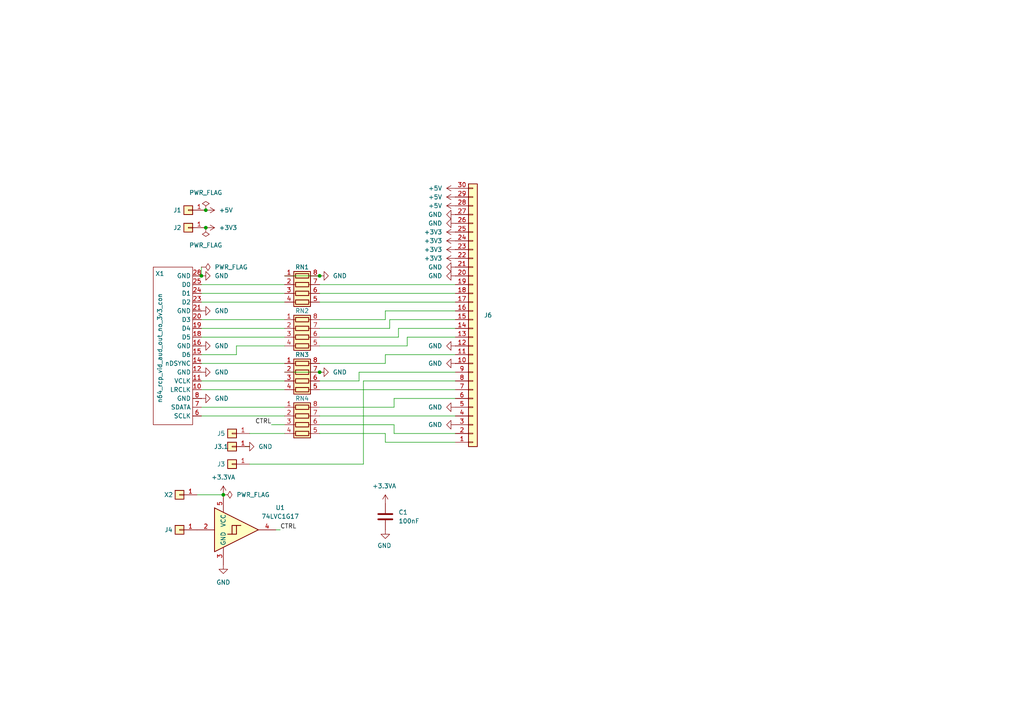
<source format=kicad_sch>
(kicad_sch (version 20250114) (generator "eeschema") (generator_version "9.0")
  (paper "A4")
  (title_block (title "RCP2N64Adv2") (rev "v20231105") (company "Peter 'borti4938' Bartmann") (comment 1 "Schematic and PCB (c) 2021-2023 by Peter Bartmann") (comment 2 "Licensed under CERN-OHL-W v2"))
  (lib_symbols
    (symbol "+3.3VA_1" (power) (pin_numbers (hide yes)) (pin_names (offset 0) (hide yes))
      (property "Value" "+3.3VA" (at 0 3.556 0))
      (symbol "+3.3VA_1_0_1"
        (polyline (pts (xy -0.762 1.27) (xy 0 2.54)))
        (polyline (pts (xy 0 2.54) (xy 0.762 1.27)))
        (polyline (pts (xy 0 0) (xy 0 2.54)))
      )
      (symbol "+3.3VA_1_1_1"
        (pin power_in line (at 0 0 90) (length 0) (name "~") (number "1"))
      )
    )
    (symbol "+3.3VA_2" (power) (pin_numbers (hide yes)) (pin_names (offset 0) (hide yes))
      (property "Value" "+3.3VA" (at 0 3.556 0))
      (symbol "+3.3VA_2_0_1"
        (polyline (pts (xy -0.762 1.27) (xy 0 2.54)))
        (polyline (pts (xy 0 2.54) (xy 0.762 1.27)))
        (polyline (pts (xy 0 0) (xy 0 2.54)))
      )
      (symbol "+3.3VA_2_1_1"
        (pin power_in line (at 0 0 90) (length 0) (name "~") (number "1"))
      )
    )
    (symbol "74xGxx:74LVC1G17"
      (property "Reference" "U" (at 0 3.81 0))
      (property "Value" "74LVC1G17" (at 0 -3.81 0))
      (symbol "74LVC1G17_0_1"
        (polyline (pts (xy -7.62 6.35) (xy -7.62 -6.35) (xy 5.08 0) (xy -7.62 6.35)) (stroke (width 0.254)) (fill (type background)))
        (polyline (pts (xy -3.81 -1.27) (xy -2.54 -1.27) (xy -2.54 1.27) (xy -1.27 1.27)) (stroke (width 0.254)) (fill (type background)))
        (polyline (pts (xy -2.54 -1.27) (xy -1.27 -1.27) (xy -1.27 1.27) (xy 0 1.27)) (stroke (width 0.254)) (fill (type background)))
      )
      (symbol "74LVC1G17_1_1"
        (pin input line (at -12.7 0 0) (length 5.08) (name "~") (number "2"))
        (pin no_connect line (at -7.62 5.08 180) (length 5.08) (hide yes) (name "NC") (number "1"))
        (pin power_in line (at -5.08 10.16 270) (length 5.08) (name "VCC") (number "5"))
        (pin power_in line (at -5.08 -10.16 90) (length 5.08) (name "GND") (number "3"))
        (pin output line (at 10.16 0 180) (length 5.08) (name "~") (number "4"))
      )
    )
    (symbol "Connector_Generic:Conn_01x01" (pin_names (offset 1.016) (hide yes))
      (property "Reference" "J" (at 0 2.54 0))
      (property "Value" "Conn_01x01" (at 0 -2.54 0))
      (symbol "Conn_01x01_1_1"
        (rectangle (start -1.27 1.27) (end 1.27 -1.27) (stroke (width 0.254)) (fill (type background)))
        (rectangle (start -1.27 0.127) (end 0 -0.127) (stroke (width 0.1524)))
        (pin passive line (at -5.08 0 0) (length 3.81) (name "Pin_1") (number "1"))
      )
    )
    (symbol "Connector_Generic:Conn_01x30" (pin_names (offset 1.016) (hide yes))
      (property "Reference" "J" (at 0 38.1 0))
      (property "Value" "Conn_01x30" (at 0 -40.64 0))
      (symbol "Conn_01x30_1_1"
        (rectangle (start -1.27 36.83) (end 1.27 -39.37) (stroke (width 0.254)) (fill (type background)))
        (rectangle (start -1.27 35.687) (end 0 35.433) (stroke (width 0.1524)))
        (rectangle (start -1.27 33.147) (end 0 32.893) (stroke (width 0.1524)))
        (rectangle (start -1.27 30.607) (end 0 30.353) (stroke (width 0.1524)))
        (rectangle (start -1.27 28.067) (end 0 27.813) (stroke (width 0.1524)))
        (rectangle (start -1.27 25.527) (end 0 25.273) (stroke (width 0.1524)))
        (rectangle (start -1.27 22.987) (end 0 22.733) (stroke (width 0.1524)))
        (rectangle (start -1.27 20.447) (end 0 20.193) (stroke (width 0.1524)))
        (rectangle (start -1.27 17.907) (end 0 17.653) (stroke (width 0.1524)))
        (rectangle (start -1.27 15.367) (end 0 15.113) (stroke (width 0.1524)))
        (rectangle (start -1.27 12.827) (end 0 12.573) (stroke (width 0.1524)))
        (rectangle (start -1.27 10.287) (end 0 10.033) (stroke (width 0.1524)))
        (rectangle (start -1.27 7.747) (end 0 7.493) (stroke (width 0.1524)))
        (rectangle (start -1.27 5.207) (end 0 4.953) (stroke (width 0.1524)))
        (rectangle (start -1.27 2.667) (end 0 2.413) (stroke (width 0.1524)))
        (rectangle (start -1.27 0.127) (end 0 -0.127) (stroke (width 0.1524)))
        (rectangle (start -1.27 -2.413) (end 0 -2.667) (stroke (width 0.1524)))
        (rectangle (start -1.27 -4.953) (end 0 -5.207) (stroke (width 0.1524)))
        (rectangle (start -1.27 -7.493) (end 0 -7.747) (stroke (width 0.1524)))
        (rectangle (start -1.27 -10.033) (end 0 -10.287) (stroke (width 0.1524)))
        (rectangle (start -1.27 -12.573) (end 0 -12.827) (stroke (width 0.1524)))
        (rectangle (start -1.27 -15.113) (end 0 -15.367) (stroke (width 0.1524)))
        (rectangle (start -1.27 -17.653) (end 0 -17.907) (stroke (width 0.1524)))
        (rectangle (start -1.27 -20.193) (end 0 -20.447) (stroke (width 0.1524)))
        (rectangle (start -1.27 -22.733) (end 0 -22.987) (stroke (width 0.1524)))
        (rectangle (start -1.27 -25.273) (end 0 -25.527) (stroke (width 0.1524)))
        (rectangle (start -1.27 -27.813) (end 0 -28.067) (stroke (width 0.1524)))
        (rectangle (start -1.27 -30.353) (end 0 -30.607) (stroke (width 0.1524)))
        (rectangle (start -1.27 -32.893) (end 0 -33.147) (stroke (width 0.1524)))
        (rectangle (start -1.27 -35.433) (end 0 -35.687) (stroke (width 0.1524)))
        (rectangle (start -1.27 -37.973) (end 0 -38.227) (stroke (width 0.1524)))
        (pin passive line (at -5.08 35.56 0) (length 3.81) (name "Pin_1") (number "1"))
        (pin passive line (at -5.08 33.02 0) (length 3.81) (name "Pin_2") (number "2"))
        (pin passive line (at -5.08 30.48 0) (length 3.81) (name "Pin_3") (number "3"))
        (pin passive line (at -5.08 27.94 0) (length 3.81) (name "Pin_4") (number "4"))
        (pin passive line (at -5.08 25.4 0) (length 3.81) (name "Pin_5") (number "5"))
        (pin passive line (at -5.08 22.86 0) (length 3.81) (name "Pin_6") (number "6"))
        (pin passive line (at -5.08 20.32 0) (length 3.81) (name "Pin_7") (number "7"))
        (pin passive line (at -5.08 17.78 0) (length 3.81) (name "Pin_8") (number "8"))
        (pin passive line (at -5.08 15.24 0) (length 3.81) (name "Pin_9") (number "9"))
        (pin passive line (at -5.08 12.7 0) (length 3.81) (name "Pin_10") (number "10"))
        (pin passive line (at -5.08 10.16 0) (length 3.81) (name "Pin_11") (number "11"))
        (pin passive line (at -5.08 7.62 0) (length 3.81) (name "Pin_12") (number "12"))
        (pin passive line (at -5.08 5.08 0) (length 3.81) (name "Pin_13") (number "13"))
        (pin passive line (at -5.08 2.54 0) (length 3.81) (name "Pin_14") (number "14"))
        (pin passive line (at -5.08 0 0) (length 3.81) (name "Pin_15") (number "15"))
        (pin passive line (at -5.08 -2.54 0) (length 3.81) (name "Pin_16") (number "16"))
        (pin passive line (at -5.08 -5.08 0) (length 3.81) (name "Pin_17") (number "17"))
        (pin passive line (at -5.08 -7.62 0) (length 3.81) (name "Pin_18") (number "18"))
        (pin passive line (at -5.08 -10.16 0) (length 3.81) (name "Pin_19") (number "19"))
        (pin passive line (at -5.08 -12.7 0) (length 3.81) (name "Pin_20") (number "20"))
        (pin passive line (at -5.08 -15.24 0) (length 3.81) (name "Pin_21") (number "21"))
        (pin passive line (at -5.08 -17.78 0) (length 3.81) (name "Pin_22") (number "22"))
        (pin passive line (at -5.08 -20.32 0) (length 3.81) (name "Pin_23") (number "23"))
        (pin passive line (at -5.08 -22.86 0) (length 3.81) (name "Pin_24") (number "24"))
        (pin passive line (at -5.08 -25.4 0) (length 3.81) (name "Pin_25") (number "25"))
        (pin passive line (at -5.08 -27.94 0) (length 3.81) (name "Pin_26") (number "26"))
        (pin passive line (at -5.08 -30.48 0) (length 3.81) (name "Pin_27") (number "27"))
        (pin passive line (at -5.08 -33.02 0) (length 3.81) (name "Pin_28") (number "28"))
        (pin passive line (at -5.08 -35.56 0) (length 3.81) (name "Pin_29") (number "29"))
        (pin passive line (at -5.08 -38.1 0) (length 3.81) (name "Pin_30") (number "30"))
      )
    )
    (symbol "Device:C" (pin_numbers (hide yes)) (pin_names (offset 0.254))
      (property "Reference" "C" (at 0.635 2.54 0))
      (property "Value" "C" (at 0.635 -2.54 0))
      (symbol "C_0_1"
        (polyline (pts (xy -2.032 0.762) (xy 2.032 0.762)) (stroke (width 0.508)))
        (polyline (pts (xy -2.032 -0.762) (xy 2.032 -0.762)) (stroke (width 0.508)))
      )
      (symbol "C_1_1"
        (pin passive line (at 0 3.81 270) (length 2.794) (name "~") (number "1"))
        (pin passive line (at 0 -3.81 90) (length 2.794) (name "~") (number "2"))
      )
    )
    (symbol "Device:R_Pack04" (pin_names (offset 0) (hide yes))
      (property "Reference" "RN" (at -7.62 0 90))
      (property "Value" "R_Pack04" (at 5.08 0 90))
      (symbol "R_Pack04_0_1"
        (rectangle (start -6.35 -2.413) (end 3.81 2.413) (stroke (width 0.254)) (fill (type background)))
        (rectangle (start -5.715 1.905) (end -4.445 -1.905) (stroke (width 0.254)))
        (polyline (pts (xy -5.08 1.905) (xy -5.08 2.54)))
        (polyline (pts (xy -5.08 -2.54) (xy -5.08 -1.905)))
        (rectangle (start -3.175 1.905) (end -1.905 -1.905) (stroke (width 0.254)))
        (polyline (pts (xy -2.54 1.905) (xy -2.54 2.54)))
        (polyline (pts (xy -2.54 -2.54) (xy -2.54 -1.905)))
        (rectangle (start -0.635 1.905) (end 0.635 -1.905) (stroke (width 0.254)))
        (polyline (pts (xy 0 1.905) (xy 0 2.54)))
        (polyline (pts (xy 0 -2.54) (xy 0 -1.905)))
        (rectangle (start 1.905 1.905) (end 3.175 -1.905) (stroke (width 0.254)))
        (polyline (pts (xy 2.54 1.905) (xy 2.54 2.54)))
        (polyline (pts (xy 2.54 -2.54) (xy 2.54 -1.905)))
      )
      (symbol "R_Pack04_1_1"
        (pin passive line (at -5.08 5.08 270) (length 2.54) (name "R1.2") (number "8"))
        (pin passive line (at -5.08 -5.08 90) (length 2.54) (name "R1.1") (number "1"))
        (pin passive line (at -2.54 5.08 270) (length 2.54) (name "R2.2") (number "7"))
        (pin passive line (at -2.54 -5.08 90) (length 2.54) (name "R2.1") (number "2"))
        (pin passive line (at 0 5.08 270) (length 2.54) (name "R3.2") (number "6"))
        (pin passive line (at 0 -5.08 90) (length 2.54) (name "R3.1") (number "3"))
        (pin passive line (at 2.54 5.08 270) (length 2.54) (name "R4.2") (number "5"))
        (pin passive line (at 2.54 -5.08 90) (length 2.54) (name "R4.1") (number "4"))
      )
    )
    (symbol "n64_rcp:n64_rcp_vid_aud_out_no_3v3_con"
      (property "Reference" "X" (at -2.54 24.13 0))
      (property "Value" "n64_rcp_vid_aud_out_no_3v3_con" (at -6.35 2.54 90))
      (symbol "n64_rcp_vid_aud_out_no_3v3_con_0_1"
        (rectangle (start -7.62 22.86) (end 3.81 -22.86))
      )
      (symbol "n64_rcp_vid_aud_out_no_3v3_con_1_1"
        (pin power_in line (at 6.35 20.32 180) (length 2.54) (name "GND") (number "28"))
        (pin output line (at 6.35 17.78 180) (length 2.54) (name "D0") (number "25"))
        (pin output line (at 6.35 15.24 180) (length 2.54) (name "D1") (number "24"))
        (pin output line (at 6.35 12.7 180) (length 2.54) (name "D2") (number "23"))
        (pin power_in line (at 6.35 10.16 180) (length 2.54) (name "GND") (number "21"))
        (pin output line (at 6.35 7.62 180) (length 2.54) (name "D3") (number "20"))
        (pin output line (at 6.35 5.08 180) (length 2.54) (name "D4") (number "19"))
        (pin output line (at 6.35 2.54 180) (length 2.54) (name "D5") (number "18"))
        (pin power_in line (at 6.35 0 180) (length 2.54) (name "GND") (number "16"))
        (pin output line (at 6.35 -2.54 180) (length 2.54) (name "D6") (number "15"))
        (pin output line (at 6.35 -5.08 180) (length 2.54) (name "nDSYNC") (number "14"))
        (pin power_in line (at 6.35 -7.62 180) (length 2.54) (name "GND") (number "12"))
        (pin output line (at 6.35 -10.16 180) (length 2.54) (name "VCLK") (number "11"))
        (pin output line (at 6.35 -12.7 180) (length 2.54) (name "LRCLK") (number "10"))
        (pin power_in line (at 6.35 -15.24 180) (length 2.54) (name "GND") (number "8"))
        (pin output line (at 6.35 -17.78 180) (length 2.54) (name "SDATA") (number "7"))
        (pin output line (at 6.35 -20.32 180) (length 2.54) (name "SCLK") (number "6"))
      )
    )
    (symbol "power:+3V3" (power) (pin_numbers (hide yes)) (pin_names (offset 0) (hide yes))
      (property "Value" "+3V3" (at 0 3.556 0))
      (symbol "+3V3_0_1"
        (polyline (pts (xy -0.762 1.27) (xy 0 2.54)))
        (polyline (pts (xy 0 2.54) (xy 0.762 1.27)))
        (polyline (pts (xy 0 0) (xy 0 2.54)))
      )
      (symbol "+3V3_1_1"
        (pin power_in line (at 0 0 90) (length 0) (name "~") (number "1"))
      )
    )
    (symbol "power:+5V" (power) (pin_numbers (hide yes)) (pin_names (offset 0) (hide yes))
      (property "Value" "+5V" (at 0 3.556 0))
      (symbol "+5V_0_1"
        (polyline (pts (xy -0.762 1.27) (xy 0 2.54)))
        (polyline (pts (xy 0 2.54) (xy 0.762 1.27)))
        (polyline (pts (xy 0 0) (xy 0 2.54)))
      )
      (symbol "+5V_1_1"
        (pin power_in line (at 0 0 90) (length 0) (name "~") (number "1"))
      )
    )
    (symbol "power:GND" (power) (pin_numbers (hide yes)) (pin_names (offset 0) (hide yes))
      (property "Value" "GND" (at 0 -3.81 0))
      (symbol "GND_0_1"
        (polyline (pts (xy 0 0) (xy 0 -1.27) (xy 1.27 -1.27) (xy 0 -2.54) (xy -1.27 -1.27) (xy 0 -1.27)))
      )
      (symbol "GND_1_1"
        (pin power_in line (at 0 0 270) (length 0) (name "~") (number "1"))
      )
    )
    (symbol "power:PWR_FLAG" (power) (pin_numbers (hide yes)) (pin_names (offset 0) (hide yes))
      (property "Value" "PWR_FLAG" (at 0 3.81 0))
      (symbol "PWR_FLAG_0_0"
        (pin power_out line (at 0 0 90) (length 0) (name "~") (number "1"))
      )
      (symbol "PWR_FLAG_0_1"
        (polyline (pts (xy 0 0) (xy 0 1.27) (xy -1.016 1.905) (xy 0 2.54) (xy 1.016 1.905) (xy 0 1.27)))
      )
    )
  )
  (junction (at 59.69 66.04))
  (junction (at 92.71 80.01))
  (junction (at 64.77 143.51))
  (junction (at 58.42 80.01))
  (junction (at 92.71 107.95))
  (junction (at 59.69 60.96))
  (wire (pts (xy 92.71 95.25) (xy 113.03 95.25)))
  (wire (pts (xy 115.57 95.25) (xy 132.08 95.25)))
  (wire (pts (xy 92.71 82.55) (xy 132.08 82.55)))
  (wire (pts (xy 114.3 123.19) (xy 114.3 125.73)))
  (wire (pts (xy 72.39 134.62) (xy 105.41 134.62)))
  (wire (pts (xy 111.76 102.87) (xy 132.08 102.87)))
  (wire (pts (xy 114.3 125.73) (xy 132.08 125.73)))
  (wire (pts (xy 58.42 87.63) (xy 82.55 87.63)))
  (wire (pts (xy 111.76 128.27) (xy 132.08 128.27)))
  (wire (pts (xy 58.42 102.87) (xy 68.58 102.87)))
  (wire (pts (xy 58.42 113.03) (xy 82.55 113.03)))
  (wire (pts (xy 92.71 85.09) (xy 132.08 85.09)))
  (wire (pts (xy 111.76 125.73) (xy 111.76 128.27)))
  (wire (pts (xy 57.15 143.51) (xy 64.77 143.51)))
  (wire (pts (xy 115.57 95.25) (xy 115.57 97.79)))
  (wire (pts (xy 58.42 110.49) (xy 82.55 110.49)))
  (wire (pts (xy 114.3 115.57) (xy 132.08 115.57)))
  (wire (pts (xy 113.03 92.71) (xy 113.03 95.25)))
  (wire (pts (xy 80.01 153.67) (xy 81.28 153.67)))
  (wire (pts (xy 113.03 92.71) (xy 132.08 92.71)))
  (wire (pts (xy 92.71 110.49) (xy 104.14 110.49)))
  (wire (pts (xy 92.71 87.63) (xy 132.08 87.63)))
  (wire (pts (xy 58.42 92.71) (xy 82.55 92.71)))
  (wire (pts (xy 58.42 105.41) (xy 82.55 105.41)))
  (wire (pts (xy 104.14 107.95) (xy 104.14 110.49)))
  (wire (pts (xy 58.42 82.55) (xy 82.55 82.55)))
  (wire (pts (xy 82.55 107.95) (xy 92.71 107.95)))
  (wire (pts (xy 105.41 110.49) (xy 105.41 134.62)))
  (wire (pts (xy 111.76 102.87) (xy 111.76 105.41)))
  (wire (pts (xy 92.71 100.33) (xy 118.11 100.33)))
  (wire (pts (xy 92.71 118.11) (xy 114.3 118.11)))
  (wire (pts (xy 114.3 118.11) (xy 114.3 115.57)))
  (wire (pts (xy 71.12 129.54) (xy 72.39 129.54)))
  (wire (pts (xy 58.42 85.09) (xy 82.55 85.09)))
  (wire (pts (xy 58.42 95.25) (xy 82.55 95.25)))
  (wire (pts (xy 68.58 100.33) (xy 82.55 100.33)))
  (wire (pts (xy 58.42 118.11) (xy 82.55 118.11)))
  (wire (pts (xy 92.71 92.71) (xy 111.76 92.71)))
  (wire (pts (xy 92.71 120.65) (xy 132.08 120.65)))
  (wire (pts (xy 58.42 97.79) (xy 82.55 97.79)))
  (wire (pts (xy 118.11 97.79) (xy 118.11 100.33)))
  (wire (pts (xy 92.71 123.19) (xy 114.3 123.19)))
  (wire (pts (xy 78.74 123.19) (xy 82.55 123.19)))
  (wire (pts (xy 92.71 105.41) (xy 111.76 105.41)))
  (wire (pts (xy 118.11 97.79) (xy 132.08 97.79)))
  (wire (pts (xy 92.71 113.03) (xy 132.08 113.03)))
  (wire (pts (xy 72.39 125.73) (xy 82.55 125.73)))
  (wire (pts (xy 111.76 90.17) (xy 132.08 90.17)))
  (wire (pts (xy 58.42 120.65) (xy 82.55 120.65)))
  (wire (pts (xy 82.55 80.01) (xy 92.71 80.01)))
  (wire (pts (xy 68.58 102.87) (xy 68.58 100.33)))
  (wire (pts (xy 105.41 110.49) (xy 132.08 110.49)))
  (wire (pts (xy 92.71 97.79) (xy 115.57 97.79)))
  (wire (pts (xy 104.14 107.95) (xy 132.08 107.95)))
  (wire (pts (xy 111.76 90.17) (xy 111.76 92.71)))
  (wire (pts (xy 58.42 77.47) (xy 58.42 80.01)))
  (wire (pts (xy 92.71 125.73) (xy 111.76 125.73)))
  (label "CTRL" (at 81.28 153.67 0))
  (label "CTRL" (at 78.74 123.19 180))
  (symbol (lib_id "power:GND") (at 58.42 115.57 90) (unit 1)
    (property "Reference" "#PWR05" (effects (hide yes)))
    (property "Value" "GND" (at 62.23 115.5699 90) (effects (justify right)))
    (property "Description" "Power symbol creates a global label with name \"GND\" , ground" (effects (hide yes)))
  )
  (symbol (lib_id "power:PWR_FLAG") (at 64.77 143.51 270) (unit 1)
    (property "Reference" "#FLG04" (effects (hide yes)))
    (property "Value" "PWR_FLAG" (at 68.58 143.5099 90) (effects (justify left)))
    (property "Description" "Special symbol for telling ERC where power comes from" (effects (hide yes)))
  )
  (symbol (lib_id "power:PWR_FLAG") (at 59.69 60.96 0) (unit 1)
    (property "Reference" "#FLG01" (effects (hide yes)))
    (property "Value" "PWR_FLAG" (at 59.69 55.88 0))
    (property "Description" "Special symbol for telling ERC where power comes from" (effects (hide yes)))
  )
  (symbol (lib_id "power:PWR_FLAG") (at 59.69 66.04 180) (unit 1)
    (property "Reference" "#FLG02" (effects (hide yes)))
    (property "Value" "PWR_FLAG" (at 59.69 71.12 0))
    (property "Description" "Special symbol for telling ERC where power comes from" (effects (hide yes)))
  )
  (symbol (lib_id "power:GND") (at 64.77 163.83 0) (unit 1)
    (property "Reference" "#PWR011" (effects (hide yes)))
    (property "Value" "GND" (at 64.77 168.91 0))
    (property "Description" "Power symbol creates a global label with name \"GND\" , ground" (effects (hide yes)))
  )
  (symbol (lib_name "+3.3VA_2") (lib_id "power:+3.3VA") (at 111.76 146.05 0) (unit 1)
    (property "Reference" "#PWR032" (effects (hide yes)))
    (property "Value" "+3.3VA" (at 107.95 140.97 0) (effects (justify left)))
    (property "Description" "Power symbol creates a global label with name \"+3.3VA\"" (effects (hide yes)))
  )
  (symbol (lib_id "power:GND") (at 58.42 80.01 90) (unit 1)
    (property "Reference" "#PWR01" (effects (hide yes)))
    (property "Value" "GND" (at 62.23 80.0099 90) (effects (justify right)))
    (property "Description" "Power symbol creates a global label with name \"GND\" , ground" (effects (hide yes)))
  )
  (symbol (lib_id "power:+5V") (at 132.08 59.69 90) (unit 1)
    (property "Reference" "#PWR024" (effects (hide yes)))
    (property "Value" "+5V" (at 128.27 59.6899 90) (effects (justify left)))
    (property "Description" "Power symbol creates a global label with name \"+5V\"" (effects (hide yes)))
  )
  (symbol (lib_id "power:GND") (at 132.08 105.41 270) (unit 1)
    (property "Reference" "#PWR018" (effects (hide yes)))
    (property "Value" "GND" (at 128.27 105.4099 90) (effects (justify right)))
    (property "Description" "Power symbol creates a global label with name \"GND\" , ground" (effects (hide yes)))
  )
  (symbol (lib_id "power:GND") (at 71.12 129.54 90) (unit 1)
    (property "Reference" "#PWR010" (effects (hide yes)))
    (property "Value" "GND" (at 74.93 129.5399 90) (effects (justify right)))
    (property "Description" "Power symbol creates a global label with name \"GND\" , ground" (effects (hide yes)))
  )
  (symbol (lib_id "power:+5V") (at 59.69 60.96 270) (unit 1)
    (property "Reference" "#PWR021" (effects (hide yes)))
    (property "Value" "+5V" (at 63.5 60.9599 90) (effects (justify left)))
    (property "Description" "Power symbol creates a global label with name \"+5V\"" (effects (hide yes)))
  )
  (symbol (lib_id "Device:R_Pack04") (at 87.63 97.79 270) (unit 1)
    (property "Reference" "RN2" (at 87.63 90.17 90))
    (property "Value" "R_Pack04" (effects (hide yes)))
    (property "Footprint" "Resistor_SMD:R_Array_Convex_4x0603" (effects (hide yes)))
    (property "Description" "4 resistor network, parallel topology" (effects (hide yes)))
  )
  (symbol (lib_id "74xGxx:74LVC1G17") (at 69.85 153.67 0) (unit 1)
    (property "Reference" "U1" (at 81.28 147.2498 0))
    (property "Value" "74LVC1G17" (at 81.28 149.7898 0))
    (property "Footprint" "Package_SO:TSOP-5_1.65x3.05mm_P0.95mm" (effects (hide yes)))
    (property "Datasheet" "https://www.ti.com/lit/ds/symlink/sn74lvc1g17.pdf" (effects (hide yes)))
    (property "Description" "Single Schmitt Buffer Gate, Low-Voltage CMOS" (effects (hide yes)))
  )
  (symbol (lib_id "power:GND") (at 132.08 80.01 270) (unit 1)
    (property "Reference" "#PWR016" (effects (hide yes)))
    (property "Value" "GND" (at 128.27 80.0099 90) (effects (justify right)))
    (property "Description" "Power symbol creates a global label with name \"GND\" , ground" (effects (hide yes)))
  )
  (symbol (lib_id "n64_rcp:n64_rcp_vid_aud_out_no_3v3_con") (at 52.07 100.33 0) (unit 1) (in_bom no)
    (property "Reference" "X1" (at 46.355 79.375 0))
    (property "Value" "n64_rcp_vid_aud_out_no_3v3_con" (at 46.355 100.965 90))
    (property "Footprint" "n64rcp:Connector_RCP_Vi+Aud_Interface_no_3V3" (effects (hide yes)))
  )
  (symbol (lib_id "power:GND") (at 58.42 107.95 90) (unit 1)
    (property "Reference" "#PWR04" (effects (hide yes)))
    (property "Value" "GND" (at 62.23 107.9499 90) (effects (justify right)))
    (property "Description" "Power symbol creates a global label with name \"GND\" , ground" (effects (hide yes)))
  )
  (symbol (lib_id "power:+3V3") (at 132.08 67.31 90) (unit 1)
    (property "Reference" "#PWR026" (effects (hide yes)))
    (property "Value" "+3V3" (at 128.27 67.3099 90) (effects (justify left)))
    (property "Description" "Power symbol creates a global label with name \"+3V3\"" (effects (hide yes)))
  )
  (symbol (lib_id "power:GND") (at 132.08 118.11 270) (unit 1)
    (property "Reference" "#PWR019" (effects (hide yes)))
    (property "Value" "GND" (at 128.27 118.1099 90) (effects (justify right)))
    (property "Description" "Power symbol creates a global label with name \"GND\" , ground" (effects (hide yes)))
  )
  (symbol (lib_id "power:+3V3") (at 132.08 74.93 90) (unit 1)
    (property "Reference" "#PWR029" (effects (hide yes)))
    (property "Value" "+3V3" (at 128.27 74.9299 90) (effects (justify left)))
    (property "Description" "Power symbol creates a global label with name \"+3V3\"" (effects (hide yes)))
  )
  (symbol (lib_id "Connector_Generic:Conn_01x01") (at 54.61 60.96 180) (unit 1) (in_bom no)
    (property "Reference" "J1" (at 51.435 60.96 0))
    (property "Value" "Conn_01x01" (effects (hide yes)))
    (property "Footprint" "TestPoint:TestPoint_Pad_D1.5mm" (effects (hide yes)))
  )
  (symbol (lib_id "Connector_Generic:Conn_01x01") (at 52.07 153.67 180) (unit 1) (in_bom no)
    (property "Reference" "J4" (at 48.895 153.67 0))
    (property "Value" "Conn_01x01" (effects (hide yes)))
    (property "Footprint" "TestPoint:TestPoint_Pad_D1.5mm" (effects (hide yes)))
  )
  (symbol (lib_id "power:+3V3") (at 132.08 72.39 90) (unit 1)
    (property "Reference" "#PWR028" (effects (hide yes)))
    (property "Value" "+3V3" (at 128.27 72.3899 90) (effects (justify left)))
    (property "Description" "Power symbol creates a global label with name \"+3V3\"" (effects (hide yes)))
  )
  (symbol (lib_id "power:GND") (at 92.71 80.01 90) (unit 1)
    (property "Reference" "#PWR06" (effects (hide yes)))
    (property "Value" "GND" (at 96.52 80.0099 90) (effects (justify right)))
    (property "Description" "Power symbol creates a global label with name \"GND\" , ground" (effects (hide yes)))
  )
  (symbol (lib_id "Connector_Generic:Conn_01x01") (at 67.31 134.62 180) (unit 1) (in_bom no)
    (property "Reference" "J3" (at 64.135 134.62 0))
    (property "Value" "Conn_01x01" (effects (hide yes)))
    (property "Footprint" "TestPoint:TestPoint_Pad_D1.5mm" (effects (hide yes)))
  )
  (symbol (lib_id "power:+5V") (at 132.08 54.61 90) (unit 1)
    (property "Reference" "#PWR022" (effects (hide yes)))
    (property "Value" "+5V" (at 128.27 54.6099 90) (effects (justify left)))
    (property "Description" "Power symbol creates a global label with name \"+5V\"" (effects (hide yes)))
  )
  (symbol (lib_id "power:GND") (at 132.08 123.19 270) (unit 1)
    (property "Reference" "#PWR020" (effects (hide yes)))
    (property "Value" "GND" (at 128.27 123.1899 90) (effects (justify right)))
    (property "Description" "Power symbol creates a global label with name \"GND\" , ground" (effects (hide yes)))
  )
  (symbol (lib_name "+3.3VA_1") (lib_id "power:+3.3VA") (at 64.77 143.51 0) (unit 1)
    (property "Reference" "#PWR030" (effects (hide yes)))
    (property "Value" "+3.3VA" (at 64.77 138.43 0))
    (property "Description" "Power symbol creates a global label with name \"+3.3VA\"" (effects (hide yes)))
  )
  (symbol (lib_id "power:GND") (at 58.42 90.17 90) (unit 1)
    (property "Reference" "#PWR02" (effects (hide yes)))
    (property "Value" "GND" (at 62.23 90.1699 90) (effects (justify right)))
    (property "Description" "Power symbol creates a global label with name \"GND\" , ground" (effects (hide yes)))
  )
  (symbol (lib_id "power:GND") (at 132.08 64.77 270) (unit 1)
    (property "Reference" "#PWR014" (effects (hide yes)))
    (property "Value" "GND" (at 128.27 64.7699 90) (effects (justify right)))
    (property "Description" "Power symbol creates a global label with name \"GND\" , ground" (effects (hide yes)))
  )
  (symbol (lib_id "power:GND") (at 111.76 153.67 0) (unit 1)
    (property "Reference" "#PWR012" (effects (hide yes)))
    (property "Value" "GND" (at 113.538 158.242 0) (effects (justify right)))
    (property "Description" "Power symbol creates a global label with name \"GND\" , ground" (effects (hide yes)))
  )
  (symbol (lib_id "power:+3V3") (at 132.08 69.85 90) (unit 1)
    (property "Reference" "#PWR027" (effects (hide yes)))
    (property "Value" "+3V3" (at 128.27 69.8499 90) (effects (justify left)))
    (property "Description" "Power symbol creates a global label with name \"+3V3\"" (effects (hide yes)))
  )
  (symbol (lib_id "Connector_Generic:Conn_01x01") (at 67.31 125.73 180) (unit 1) (in_bom no)
    (property "Reference" "J5" (at 64.135 125.73 0))
    (property "Value" "Conn_01x01" (effects (hide yes)))
    (property "Footprint" "TestPoint:TestPoint_Pad_D1.5mm" (effects (hide yes)))
  )
  (symbol (lib_id "power:GND") (at 58.42 100.33 90) (unit 1)
    (property "Reference" "#PWR03" (effects (hide yes)))
    (property "Value" "GND" (at 62.23 100.3299 90) (effects (justify right)))
    (property "Description" "Power symbol creates a global label with name \"GND\" , ground" (effects (hide yes)))
  )
  (symbol (lib_id "power:+3V3") (at 59.69 66.04 270) (unit 1)
    (property "Reference" "#PWR025" (effects (hide yes)))
    (property "Value" "+3V3" (at 63.5 66.0399 90) (effects (justify left)))
    (property "Description" "Power symbol creates a global label with name \"+3V3\"" (effects (hide yes)))
  )
  (symbol (lib_id "Connector_Generic:Conn_01x01") (at 67.31 129.54 180) (unit 1) (in_bom no)
    (property "Reference" "J3.1" (at 64.135 129.54 0))
    (property "Value" "Conn_01x01" (effects (hide yes)))
    (property "Footprint" "TestPoint:TestPoint_Pad_D1.5mm" (effects (hide yes)))
  )
  (symbol (lib_id "Connector_Generic:Conn_01x30") (at 137.16 92.71 0) (mirror x) (unit 1) (in_bom no)
    (property "Reference" "J6" (at 140.335 91.4401 0) (effects (justify left)))
    (property "Value" "Conn_01x30" (effects (hide yes)))
    (property "Footprint" "fh12-30s-0_5:FH12-30S-0.5SH" (effects (hide yes)))
  )
  (symbol (lib_id "power:GND") (at 132.08 77.47 270) (unit 1)
    (property "Reference" "#PWR015" (effects (hide yes)))
    (property "Value" "GND" (at 128.27 77.4699 90) (effects (justify right)))
    (property "Description" "Power symbol creates a global label with name \"GND\" , ground" (effects (hide yes)))
  )
  (symbol (lib_id "power:PWR_FLAG") (at 58.42 77.47 270) (unit 1)
    (property "Reference" "#FLG03" (effects (hide yes)))
    (property "Value" "PWR_FLAG" (at 62.23 77.4699 90) (effects (justify left)))
    (property "Description" "Special symbol for telling ERC where power comes from" (effects (hide yes)))
  )
  (symbol (lib_id "power:GND") (at 92.71 107.95 90) (unit 1)
    (property "Reference" "#PWR07" (effects (hide yes)))
    (property "Value" "GND" (at 96.52 107.9499 90) (effects (justify right)))
    (property "Description" "Power symbol creates a global label with name \"GND\" , ground" (effects (hide yes)))
  )
  (symbol (lib_id "power:+5V") (at 132.08 57.15 90) (unit 1)
    (property "Reference" "#PWR023" (effects (hide yes)))
    (property "Value" "+5V" (at 128.27 57.1499 90) (effects (justify left)))
    (property "Description" "Power symbol creates a global label with name \"+5V\"" (effects (hide yes)))
  )
  (symbol (lib_id "Device:R_Pack04") (at 87.63 110.49 270) (unit 1)
    (property "Reference" "RN3" (at 87.63 102.87 90))
    (property "Value" "R_Pack04" (effects (hide yes)))
    (property "Footprint" "Resistor_SMD:R_Array_Convex_4x0603" (effects (hide yes)))
    (property "Description" "4 resistor network, parallel topology" (effects (hide yes)))
  )
  (symbol (lib_id "Device:R_Pack04") (at 87.63 85.09 270) (unit 1)
    (property "Reference" "RN1" (at 87.63 77.47 90))
    (property "Value" "R_Pack04" (effects (hide yes)))
    (property "Footprint" "Resistor_SMD:R_Array_Convex_4x0603" (effects (hide yes)))
    (property "Description" "4 resistor network, parallel topology" (effects (hide yes)))
  )
  (symbol (lib_id "power:GND") (at 132.08 100.33 270) (unit 1)
    (property "Reference" "#PWR017" (effects (hide yes)))
    (property "Value" "GND" (at 128.27 100.3299 90) (effects (justify right)))
    (property "Description" "Power symbol creates a global label with name \"GND\" , ground" (effects (hide yes)))
  )
  (symbol (lib_id "power:GND") (at 132.08 62.23 270) (unit 1)
    (property "Reference" "#PWR013" (effects (hide yes)))
    (property "Value" "GND" (at 128.27 62.2299 90) (effects (justify right)))
    (property "Description" "Power symbol creates a global label with name \"GND\" , ground" (effects (hide yes)))
  )
  (symbol (lib_id "Connector_Generic:Conn_01x01") (at 52.07 143.51 180) (unit 1) (in_bom no)
    (property "Reference" "X2" (at 48.895 143.51 0))
    (property "Value" "Conn_01x01" (effects (hide yes)))
    (property "Footprint" "smd_edge_con:small" (effects (hide yes)))
  )
  (symbol (lib_id "Connector_Generic:Conn_01x01") (at 54.61 66.04 180) (unit 1) (in_bom no)
    (property "Reference" "J2" (at 51.435 66.04 0))
    (property "Value" "Conn_01x01" (effects (hide yes)))
    (property "Footprint" "TestPoint:TestPoint_Pad_D1.5mm" (effects (hide yes)))
  )
  (symbol (lib_id "Device:R_Pack04") (at 87.63 123.19 270) (unit 1)
    (property "Reference" "RN4" (at 87.63 115.57 90))
    (property "Value" "R_Pack04" (effects (hide yes)))
    (property "Footprint" "Resistor_SMD:R_Array_Convex_4x0603" (effects (hide yes)))
    (property "Description" "4 resistor network, parallel topology" (effects (hide yes)))
  )
  (symbol (lib_id "Device:C") (at 111.76 149.86 0) (unit 1)
    (property "Reference" "C1" (at 115.57 148.5899 0) (effects (justify left)))
    (property "Value" "100nF" (at 115.57 151.1299 0) (effects (justify left)))
    (property "Footprint" "Capacitor_SMD:C_0603_1608Metric_Pad1.08x0.95mm_HandSolder" (effects (hide yes)))
  )
)
</source>
